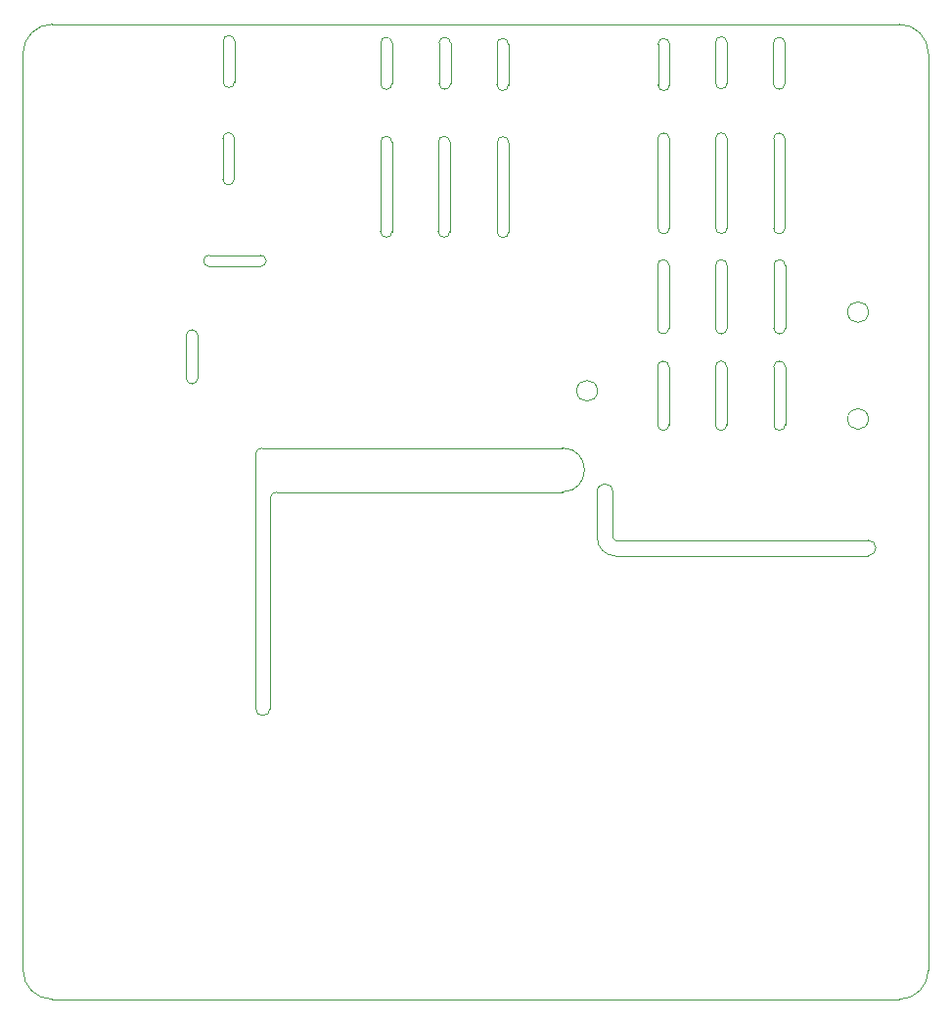
<source format=gm1>
G04 #@! TF.GenerationSoftware,KiCad,Pcbnew,(6.0.7)*
G04 #@! TF.CreationDate,2022-10-04T23:02:12+02:00*
G04 #@! TF.ProjectId,hamodule,68616d6f-6475-46c6-952e-6b696361645f,20221004.21*
G04 #@! TF.SameCoordinates,Original*
G04 #@! TF.FileFunction,Profile,NP*
%FSLAX46Y46*%
G04 Gerber Fmt 4.6, Leading zero omitted, Abs format (unit mm)*
G04 Created by KiCad (PCBNEW (6.0.7)) date 2022-10-04 23:02:12*
%MOMM*%
%LPD*%
G01*
G04 APERTURE LIST*
G04 #@! TA.AperFunction,Profile*
%ADD10C,0.050000*%
G04 #@! TD*
G04 #@! TA.AperFunction,Profile*
%ADD11C,0.100000*%
G04 #@! TD*
G04 APERTURE END LIST*
D10*
X106680500Y-115506500D02*
G75*
G03*
X109220500Y-112966500I0J2540000D01*
G01*
X109220500Y-112966500D02*
X109220500Y-33718500D01*
X67539500Y-115508500D02*
X33401500Y-115508500D01*
X104024500Y-56070500D02*
G75*
G03*
X104024500Y-56070500I-900000J0D01*
G01*
D11*
X77539500Y-71628000D02*
X52819800Y-71628000D01*
D10*
X106680500Y-31178500D02*
X33401500Y-31178500D01*
D11*
X51549800Y-67818000D02*
X77539500Y-67818000D01*
D10*
X30861500Y-112966500D02*
X30861500Y-33718500D01*
X77539500Y-71628000D02*
G75*
G03*
X77539500Y-67818000I0J1905000D01*
G01*
X30861499Y-112966500D02*
G75*
G03*
X33401500Y-115508500I2542001J0D01*
G01*
X106680500Y-115506500D02*
X67539500Y-115508500D01*
X109220500Y-33718500D02*
G75*
G03*
X106680500Y-31178500I-2540000J0D01*
G01*
X91799050Y-57464550D02*
X91799050Y-52034850D01*
X95803400Y-32804100D02*
X95803400Y-36312500D01*
X80580300Y-62877700D02*
G75*
G03*
X80580300Y-62877700I-900000J0D01*
G01*
X66804750Y-41379300D02*
X66804750Y-49106750D01*
X61818200Y-32804100D02*
X61818200Y-36312500D01*
X80558880Y-75605000D02*
G75*
G03*
X82103000Y-77149120I1544120J0D01*
G01*
X85821200Y-36414100D02*
G75*
G03*
X86817700Y-36414100I498250J0D01*
G01*
X85773350Y-52034850D02*
X85773350Y-57464550D01*
X86817700Y-32905700D02*
G75*
G03*
X85821200Y-32905700I-498250J0D01*
G01*
X48153000Y-41059100D02*
X48153000Y-44567500D01*
X86769850Y-57464550D02*
X86769850Y-52034850D01*
X85773350Y-65805000D02*
G75*
G03*
X86769850Y-65805000I498250J0D01*
G01*
X66872800Y-36312500D02*
G75*
G03*
X67869300Y-36312500I498250J0D01*
G01*
X95806350Y-48814900D02*
G75*
G03*
X96802850Y-48814900I498250J0D01*
G01*
X67801250Y-41379300D02*
G75*
G03*
X66804750Y-41379300I-498250J0D01*
G01*
X51549800Y-67818000D02*
G75*
G03*
X50991000Y-68376800I0J-558800D01*
G01*
X104024500Y-65316100D02*
G75*
G03*
X104024500Y-65316100I-900000J0D01*
G01*
X96828250Y-57464550D02*
X96828250Y-52034850D01*
X90802550Y-57464550D02*
G75*
G03*
X91799050Y-57464550I498250J0D01*
G01*
X67869300Y-32804100D02*
G75*
G03*
X66872800Y-32804100I-498250J0D01*
G01*
X95803400Y-36312500D02*
G75*
G03*
X96799900Y-36312500I498250J0D01*
G01*
X51415375Y-51139375D02*
X46983625Y-51139375D01*
X86769850Y-52034850D02*
G75*
G03*
X85773350Y-52034850I-498250J0D01*
G01*
X95806350Y-41087450D02*
X95806350Y-48814900D01*
X96802850Y-48814900D02*
X96802850Y-41087450D01*
X71876600Y-32905700D02*
X71876600Y-36414100D01*
D11*
X82103000Y-75802920D02*
X104001874Y-75802920D01*
D10*
X81905082Y-71605000D02*
G75*
G03*
X80558880Y-71605000I-673101J-25D01*
G01*
X90777150Y-60805000D02*
X90777150Y-65805000D01*
X52819800Y-71628000D02*
G75*
G03*
X52261000Y-72186800I-100J-558700D01*
G01*
X96828250Y-52034850D02*
G75*
G03*
X95831750Y-52034850I-498250J0D01*
G01*
X50991000Y-68376800D02*
X50991000Y-90347800D01*
X72901250Y-41405000D02*
G75*
G03*
X71904750Y-41405000I-498250J0D01*
G01*
X85809500Y-41075700D02*
X85809500Y-48803150D01*
X61804750Y-49106750D02*
G75*
G03*
X62801250Y-49106750I498250J0D01*
G01*
X71904750Y-41405000D02*
X71904750Y-49132450D01*
X48179500Y-36156900D02*
G75*
G03*
X49176000Y-36156900I498250J0D01*
G01*
X61818200Y-36312500D02*
G75*
G03*
X62814700Y-36312500I498250J0D01*
G01*
X91796100Y-36261700D02*
X91796100Y-32753300D01*
X96828250Y-65805000D02*
X96828250Y-60805000D01*
X85773350Y-60805000D02*
X85773350Y-65805000D01*
X96802850Y-41087450D02*
G75*
G03*
X95806350Y-41087450I-498250J0D01*
G01*
X85821200Y-32905700D02*
X85821200Y-36414100D01*
X95831750Y-60805000D02*
X95831750Y-65805000D01*
X44996600Y-61783750D02*
G75*
G03*
X45993100Y-61783750I498250J0D01*
G01*
D11*
X104001874Y-77149120D02*
X82103000Y-77149120D01*
D10*
X91799050Y-48789500D02*
X91799050Y-41062050D01*
X85809500Y-48803150D02*
G75*
G03*
X86806000Y-48803150I498250J0D01*
G01*
X49176000Y-32648500D02*
G75*
G03*
X48179500Y-32648500I-498250J0D01*
G01*
X66804750Y-49106750D02*
G75*
G03*
X67801250Y-49106750I498250J0D01*
G01*
X49176000Y-36156900D02*
X49176000Y-32648500D01*
X51415375Y-52135825D02*
G75*
G03*
X51415375Y-51139375I25J498225D01*
G01*
X49149500Y-44567500D02*
X49149500Y-41059100D01*
X86806000Y-48803150D02*
X86806000Y-41075700D01*
X49149500Y-41059100D02*
G75*
G03*
X48153000Y-41059100I-498250J0D01*
G01*
X48153000Y-44567500D02*
G75*
G03*
X49149500Y-44567500I498250J0D01*
G01*
X72873100Y-36414100D02*
X72873100Y-32905700D01*
X66872800Y-32804100D02*
X66872800Y-36312500D01*
X90802550Y-52034850D02*
X90802550Y-57464550D01*
X72873100Y-32905700D02*
G75*
G03*
X71876600Y-32905700I-498250J0D01*
G01*
X85773350Y-57464550D02*
G75*
G03*
X86769850Y-57464550I498250J0D01*
G01*
X33401500Y-31178500D02*
G75*
G03*
X30861500Y-33718500I0J-2540000D01*
G01*
X46983625Y-51139325D02*
G75*
G03*
X46983625Y-52135875I-25J-498275D01*
G01*
X44996600Y-58104250D02*
X44996600Y-61783750D01*
X90802550Y-41062050D02*
X90802550Y-48789500D01*
X67869300Y-36312500D02*
X67869300Y-32804100D01*
X62801250Y-41379300D02*
G75*
G03*
X61804750Y-41379300I-498250J0D01*
G01*
X91799050Y-52034850D02*
G75*
G03*
X90802550Y-52034850I-498250J0D01*
G01*
X90799600Y-36261700D02*
G75*
G03*
X91796100Y-36261700I498250J0D01*
G01*
X91796100Y-32753300D02*
G75*
G03*
X90799600Y-32753300I-498250J0D01*
G01*
X50991000Y-90347800D02*
G75*
G03*
X52261000Y-90347800I635000J15614D01*
G01*
X96828250Y-60805000D02*
G75*
G03*
X95831750Y-60805000I-498250J0D01*
G01*
X95831750Y-57464550D02*
G75*
G03*
X96828250Y-57464550I498250J0D01*
G01*
X90802550Y-48789500D02*
G75*
G03*
X91799050Y-48789500I498250J0D01*
G01*
X81905081Y-75605000D02*
G75*
G03*
X82103000Y-75802919I197919J0D01*
G01*
X90777150Y-65805000D02*
G75*
G03*
X91773650Y-65805000I498250J0D01*
G01*
X96799900Y-36312500D02*
X96799900Y-32804100D01*
X91799050Y-41062050D02*
G75*
G03*
X90802550Y-41062050I-498250J0D01*
G01*
X62814700Y-32804100D02*
G75*
G03*
X61818200Y-32804100I-498250J0D01*
G01*
X62814700Y-36312500D02*
X62814700Y-32804100D01*
X48179500Y-32648500D02*
X48179500Y-36156900D01*
X71904750Y-49132450D02*
G75*
G03*
X72901250Y-49132450I498250J0D01*
G01*
X95831750Y-52034850D02*
X95831750Y-57464550D01*
X86769850Y-65805000D02*
X86769850Y-60805000D01*
X80558880Y-75605000D02*
X80558880Y-71605000D01*
X45993100Y-58104250D02*
G75*
G03*
X44996600Y-58104250I-498250J0D01*
G01*
X62801250Y-49106750D02*
X62801250Y-41379300D01*
X104001874Y-77149080D02*
G75*
G03*
X104001874Y-75802920I26J673080D01*
G01*
X81905081Y-71605000D02*
X81905081Y-75605000D01*
X86769850Y-60805000D02*
G75*
G03*
X85773350Y-60805000I-498250J0D01*
G01*
X91773650Y-60805000D02*
G75*
G03*
X90777150Y-60805000I-498250J0D01*
G01*
X96799900Y-32804100D02*
G75*
G03*
X95803400Y-32804100I-498250J0D01*
G01*
X71876600Y-36414100D02*
G75*
G03*
X72873100Y-36414100I498250J0D01*
G01*
X45993100Y-61783750D02*
X45993100Y-58104250D01*
X90799600Y-32753300D02*
X90799600Y-36261700D01*
X91773650Y-65805000D02*
X91773650Y-60805000D01*
X86817700Y-36414100D02*
X86817700Y-32905700D01*
X67801250Y-49106750D02*
X67801250Y-41379300D01*
X52261000Y-90347800D02*
X52261000Y-72186800D01*
X46983625Y-52135875D02*
X51415375Y-52135875D01*
X61804750Y-41379300D02*
X61804750Y-49106750D01*
X86806000Y-41075700D02*
G75*
G03*
X85809500Y-41075700I-498250J0D01*
G01*
X72901250Y-49132450D02*
X72901250Y-41405000D01*
X95831750Y-65805000D02*
G75*
G03*
X96828250Y-65805000I498250J0D01*
G01*
M02*

</source>
